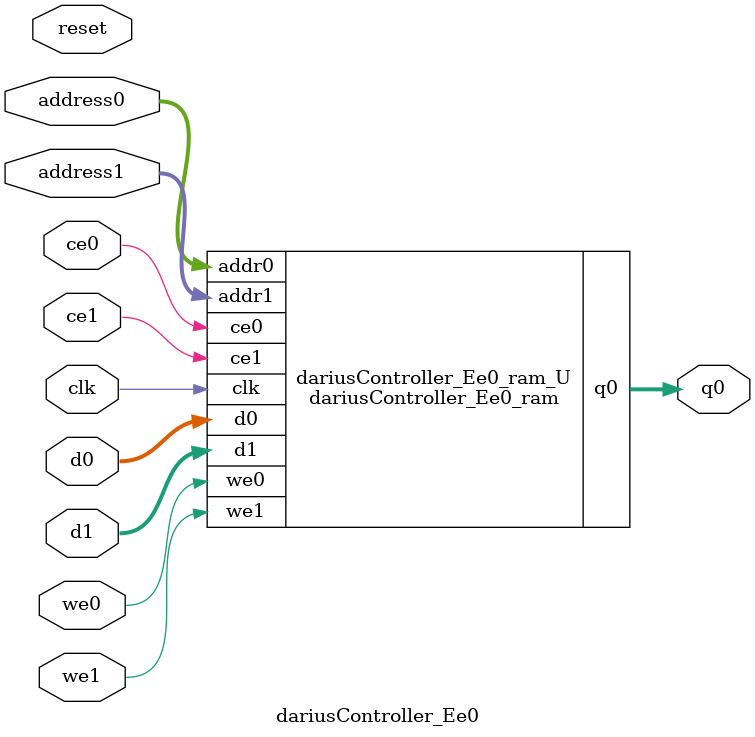
<source format=v>

`timescale 1 ns / 1 ps
module dariusController_Ee0_ram (addr0, ce0, d0, we0, q0, addr1, ce1, d1, we1,  clk);

parameter DWIDTH = 32;
parameter AWIDTH = 3;
parameter MEM_SIZE = 7;

input[AWIDTH-1:0] addr0;
input ce0;
input[DWIDTH-1:0] d0;
input we0;
output reg[DWIDTH-1:0] q0;
input[AWIDTH-1:0] addr1;
input ce1;
input[DWIDTH-1:0] d1;
input we1;
input clk;

(* ram_style = "block" *)reg [DWIDTH-1:0] ram[0:MEM_SIZE-1];




always @(posedge clk)  
begin 
    if (ce0) 
    begin
        if (we0) 
        begin 
            ram[addr0] <= d0; 
            q0 <= d0;
        end 
        else 
            q0 <= ram[addr0];
    end
end


always @(posedge clk)  
begin 
    if (ce1) 
    begin
        if (we1) 
        begin 
            ram[addr1] <= d1; 
        end 
    end
end


endmodule


`timescale 1 ns / 1 ps
module dariusController_Ee0(
    reset,
    clk,
    address0,
    ce0,
    we0,
    d0,
    q0,
    address1,
    ce1,
    we1,
    d1);

parameter DataWidth = 32'd32;
parameter AddressRange = 32'd7;
parameter AddressWidth = 32'd3;
input reset;
input clk;
input[AddressWidth - 1:0] address0;
input ce0;
input we0;
input[DataWidth - 1:0] d0;
output[DataWidth - 1:0] q0;
input[AddressWidth - 1:0] address1;
input ce1;
input we1;
input[DataWidth - 1:0] d1;



dariusController_Ee0_ram dariusController_Ee0_ram_U(
    .clk( clk ),
    .addr0( address0 ),
    .ce0( ce0 ),
    .d0( d0 ),
    .we0( we0 ),
    .q0( q0 ),
    .addr1( address1 ),
    .ce1( ce1 ),
    .d1( d1 ),
    .we1( we1 ));

endmodule


</source>
